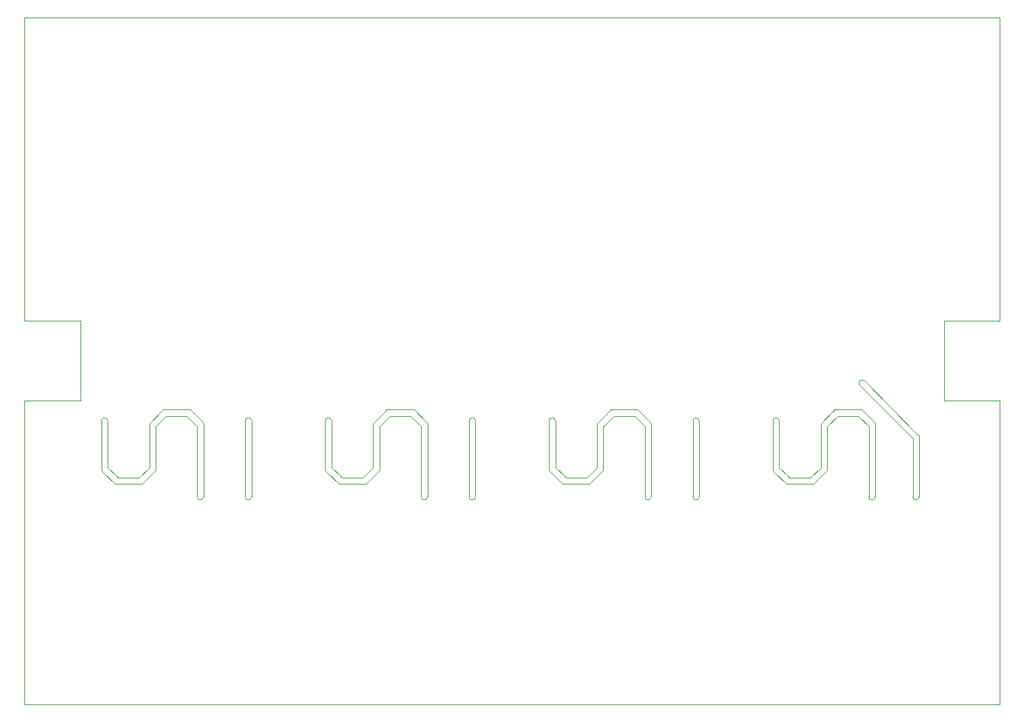
<source format=gbr>
G04 #@! TF.GenerationSoftware,KiCad,Pcbnew,(5.1.9)-1*
G04 #@! TF.CreationDate,2021-03-08T14:29:57+02:00*
G04 #@! TF.ProjectId,Voltlog ESP32 Relay Controller,566f6c74-6c6f-4672-9045-535033322052,rev?*
G04 #@! TF.SameCoordinates,Original*
G04 #@! TF.FileFunction,Profile,NP*
%FSLAX46Y46*%
G04 Gerber Fmt 4.6, Leading zero omitted, Abs format (unit mm)*
G04 Created by KiCad (PCBNEW (5.1.9)-1) date 2021-03-08 14:29:57*
%MOMM*%
%LPD*%
G01*
G04 APERTURE LIST*
G04 #@! TA.AperFunction,Profile*
%ADD10C,0.050000*%
G04 #@! TD*
G04 APERTURE END LIST*
D10*
X48600000Y-109500000D02*
G75*
G02*
X49400000Y-109500000I400000J0D01*
G01*
X61400000Y-109800000D02*
X61400000Y-119000000D01*
X50500000Y-116400000D02*
X50600000Y-116500000D01*
X56100000Y-108300000D02*
X56200000Y-108200000D01*
X49400000Y-109500000D02*
X49400000Y-114400000D01*
X49400000Y-114400000D02*
X49400000Y-115300000D01*
X53700000Y-117400000D02*
X50300000Y-117400000D01*
X56200000Y-108200000D02*
X56300000Y-108100000D01*
X48600000Y-115700000D02*
X48600000Y-109500000D01*
X54600000Y-114100000D02*
X54600000Y-110300000D01*
X54600000Y-109900000D02*
X54600000Y-109800000D01*
X59300000Y-108900000D02*
X56700000Y-108900000D01*
X58400000Y-108100000D02*
X59700000Y-108100000D01*
X49400000Y-115300000D02*
X50500000Y-116400000D01*
X50300000Y-117400000D02*
X48800000Y-115900000D01*
X55500000Y-110100000D02*
X55400000Y-110200000D01*
X61200000Y-109600000D02*
X61400000Y-109800000D01*
X54600000Y-115300000D02*
X54600000Y-114100000D01*
X48800000Y-115900000D02*
X48600000Y-115700000D01*
X56300000Y-108100000D02*
X58400000Y-108100000D01*
X60600000Y-110200000D02*
X59300000Y-108900000D01*
X54600000Y-110300000D02*
X54600000Y-109900000D01*
X55400000Y-110200000D02*
X55400000Y-115700000D01*
X61400000Y-119000000D02*
G75*
G02*
X60600000Y-119000000I-400000J0D01*
G01*
X50600000Y-116500000D02*
X50700000Y-116600000D01*
X50700000Y-116600000D02*
X53000000Y-116600000D01*
X56700000Y-108900000D02*
X55500000Y-110100000D01*
X53300000Y-116600000D02*
X54600000Y-115300000D01*
X53000000Y-116600000D02*
X53300000Y-116600000D01*
X59700000Y-108100000D02*
X61200000Y-109600000D01*
X54600000Y-109800000D02*
X56100000Y-108300000D01*
X60600000Y-119000000D02*
X60600000Y-110600000D01*
X55400000Y-115700000D02*
X53700000Y-117400000D01*
X60600000Y-110600000D02*
X60600000Y-110200000D01*
X83400000Y-115700000D02*
X81700000Y-117400000D01*
X88600000Y-119000000D02*
X88600000Y-110600000D01*
X82600000Y-109800000D02*
X84100000Y-108300000D01*
X81000000Y-116600000D02*
X81300000Y-116600000D01*
X88600000Y-110600000D02*
X88600000Y-110200000D01*
X87700000Y-108100000D02*
X89200000Y-109600000D01*
X77400000Y-109500000D02*
X77400000Y-114400000D01*
X76600000Y-109500000D02*
G75*
G02*
X77400000Y-109500000I400000J0D01*
G01*
X89400000Y-109800000D02*
X89400000Y-119000000D01*
X78500000Y-116400000D02*
X78600000Y-116500000D01*
X84100000Y-108300000D02*
X84200000Y-108200000D01*
X84700000Y-108900000D02*
X83500000Y-110100000D01*
X81300000Y-116600000D02*
X82600000Y-115300000D01*
X81700000Y-117400000D02*
X78300000Y-117400000D01*
X86400000Y-108100000D02*
X87700000Y-108100000D01*
X84200000Y-108200000D02*
X84300000Y-108100000D01*
X78300000Y-117400000D02*
X76800000Y-115900000D01*
X83500000Y-110100000D02*
X83400000Y-110200000D01*
X89200000Y-109600000D02*
X89400000Y-109800000D01*
X82600000Y-115300000D02*
X82600000Y-114100000D01*
X84300000Y-108100000D02*
X86400000Y-108100000D01*
X88600000Y-110200000D02*
X87300000Y-108900000D01*
X87300000Y-108900000D02*
X84700000Y-108900000D01*
X76600000Y-115700000D02*
X76600000Y-109500000D01*
X77400000Y-115300000D02*
X78500000Y-116400000D01*
X82600000Y-114100000D02*
X82600000Y-110300000D01*
X83400000Y-110200000D02*
X83400000Y-115700000D01*
X89400000Y-119000000D02*
G75*
G02*
X88600000Y-119000000I-400000J0D01*
G01*
X78700000Y-116600000D02*
X81000000Y-116600000D01*
X82600000Y-109900000D02*
X82600000Y-109800000D01*
X77400000Y-114400000D02*
X77400000Y-115300000D01*
X76800000Y-115900000D02*
X76600000Y-115700000D01*
X82600000Y-110300000D02*
X82600000Y-109900000D01*
X78600000Y-116500000D02*
X78700000Y-116600000D01*
X116600000Y-110200000D02*
X115300000Y-108900000D01*
X104600000Y-109500000D02*
G75*
G02*
X105400000Y-109500000I400000J0D01*
G01*
X115300000Y-108900000D02*
X112700000Y-108900000D01*
X105400000Y-109500000D02*
X105400000Y-114400000D01*
X106700000Y-116600000D02*
X109000000Y-116600000D01*
X111500000Y-110100000D02*
X111400000Y-110200000D01*
X112700000Y-108900000D02*
X111500000Y-110100000D01*
X117200000Y-109600000D02*
X117400000Y-109800000D01*
X109300000Y-116600000D02*
X110600000Y-115300000D01*
X104600000Y-115700000D02*
X104600000Y-109500000D01*
X109700000Y-117400000D02*
X106300000Y-117400000D01*
X112300000Y-108100000D02*
X114400000Y-108100000D01*
X117400000Y-109800000D02*
X117400000Y-119000000D01*
X117400000Y-119000000D02*
G75*
G02*
X116600000Y-119000000I-400000J0D01*
G01*
X114400000Y-108100000D02*
X115700000Y-108100000D01*
X104800000Y-115900000D02*
X104600000Y-115700000D01*
X116600000Y-119000000D02*
X116600000Y-110600000D01*
X110600000Y-110300000D02*
X110600000Y-109900000D01*
X111400000Y-115700000D02*
X109700000Y-117400000D01*
X111400000Y-110200000D02*
X111400000Y-115700000D01*
X116600000Y-110600000D02*
X116600000Y-110200000D01*
X115700000Y-108100000D02*
X117200000Y-109600000D01*
X112200000Y-108200000D02*
X112300000Y-108100000D01*
X105400000Y-115300000D02*
X106500000Y-116400000D01*
X106600000Y-116500000D02*
X106700000Y-116600000D01*
X106300000Y-117400000D02*
X104800000Y-115900000D01*
X110600000Y-109800000D02*
X112100000Y-108300000D01*
X110600000Y-115300000D02*
X110600000Y-114100000D01*
X112100000Y-108300000D02*
X112200000Y-108200000D01*
X110600000Y-109900000D02*
X110600000Y-109800000D01*
X106500000Y-116400000D02*
X106600000Y-116500000D01*
X109000000Y-116600000D02*
X109300000Y-116600000D01*
X105400000Y-114400000D02*
X105400000Y-115300000D01*
X110600000Y-114100000D02*
X110600000Y-110300000D01*
X143500001Y-105099999D02*
G75*
G02*
X144099999Y-104500001I299999J299999D01*
G01*
X150900000Y-119000000D02*
G75*
G02*
X150100000Y-119000000I-400000J0D01*
G01*
X150900000Y-111400000D02*
X150900000Y-119000000D01*
X150600000Y-111100000D02*
X150900000Y-111400000D01*
X144100000Y-104500000D02*
X150600000Y-111100000D01*
X150100000Y-111700000D02*
X143500000Y-105100000D01*
X150100000Y-119000000D02*
X150100000Y-111700000D01*
X132600000Y-115700000D02*
X132600000Y-109500000D01*
X132800000Y-115900000D02*
X132600000Y-115700000D01*
X134300000Y-117400000D02*
X132800000Y-115900000D01*
X137700000Y-117400000D02*
X134300000Y-117400000D01*
X139400000Y-115700000D02*
X137700000Y-117400000D01*
X139400000Y-110200000D02*
X139400000Y-115700000D01*
X139500000Y-110100000D02*
X139400000Y-110200000D01*
X140700000Y-108900000D02*
X139500000Y-110100000D01*
X143300000Y-108900000D02*
X140700000Y-108900000D01*
X144600000Y-110200000D02*
X143300000Y-108900000D01*
X144600000Y-110600000D02*
X144600000Y-110200000D01*
X144600000Y-119000000D02*
X144600000Y-110600000D01*
X145400000Y-109800000D02*
X145400000Y-119000000D01*
X145200000Y-109600000D02*
X145400000Y-109800000D01*
X143700000Y-108100000D02*
X145200000Y-109600000D01*
X142400000Y-108100000D02*
X143700000Y-108100000D01*
X140300000Y-108100000D02*
X142400000Y-108100000D01*
X140200000Y-108200000D02*
X140300000Y-108100000D01*
X140100000Y-108300000D02*
X140200000Y-108200000D01*
X138600000Y-109800000D02*
X140100000Y-108300000D01*
X138600000Y-109900000D02*
X138600000Y-109800000D01*
X138600000Y-110300000D02*
X138600000Y-109900000D01*
X138600000Y-114100000D02*
X138600000Y-110300000D01*
X138600000Y-115300000D02*
X138600000Y-114100000D01*
X137300000Y-116600000D02*
X138600000Y-115300000D01*
X137000000Y-116600000D02*
X137300000Y-116600000D01*
X134700000Y-116600000D02*
X137000000Y-116600000D01*
X134600000Y-116500000D02*
X134700000Y-116600000D01*
X134500000Y-116400000D02*
X134600000Y-116500000D01*
X133400000Y-115300000D02*
X134500000Y-116400000D01*
X133400000Y-114400000D02*
X133400000Y-115300000D01*
X133400000Y-109500000D02*
X133400000Y-114400000D01*
X145400000Y-119000000D02*
G75*
G02*
X144600000Y-119000000I-400000J0D01*
G01*
X132600000Y-109500000D02*
G75*
G02*
X133400000Y-109500000I400000J0D01*
G01*
X67400000Y-119000000D02*
G75*
G02*
X66600000Y-119000000I-400000J0D01*
G01*
X66600000Y-109500000D02*
G75*
G02*
X67400000Y-109500000I400000J0D01*
G01*
X67400000Y-109500000D02*
X67400000Y-119000000D01*
X66600000Y-109500000D02*
X66600000Y-119000000D01*
X94600000Y-109500000D02*
G75*
G02*
X95400000Y-109500000I400000J0D01*
G01*
X94600000Y-109500000D02*
X94600000Y-119000000D01*
X95400000Y-109500000D02*
X95400000Y-119000000D01*
X95400000Y-119000000D02*
G75*
G02*
X94600000Y-119000000I-400000J0D01*
G01*
X122600000Y-109500000D02*
G75*
G02*
X123400000Y-109500000I400000J0D01*
G01*
X123400000Y-119000000D02*
G75*
G02*
X122600000Y-119000000I-400000J0D01*
G01*
X122600000Y-109500000D02*
X122600000Y-119000000D01*
X123400000Y-109500000D02*
X123400000Y-119000000D01*
X39000000Y-59000000D02*
X161000000Y-59000000D01*
X39000000Y-145000000D02*
X161000000Y-145000000D01*
X39000000Y-97000000D02*
X46000000Y-97000000D01*
X46000000Y-107000000D02*
X39000000Y-107000000D01*
X39000000Y-59000000D02*
X39000000Y-97000000D01*
X39000000Y-107000000D02*
X39000000Y-145000000D01*
X46000000Y-97000000D02*
X46000000Y-107000000D01*
X161000000Y-97000000D02*
X161000000Y-59000000D01*
X154000000Y-97000000D02*
X161000000Y-97000000D01*
X154000000Y-107000000D02*
X154000000Y-97000000D01*
X161000000Y-107000000D02*
X154000000Y-107000000D01*
X161000000Y-145000000D02*
X161000000Y-107000000D01*
M02*

</source>
